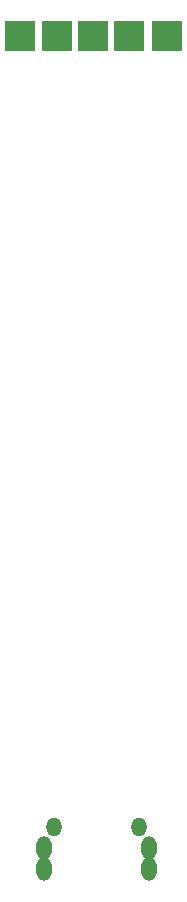
<source format=gbs>
G04 Layer: BottomSolderMaskLayer*
G04 EasyEDA Pro v2.2.38.8, 2025-05-13 16:51:06*
G04 Gerber Generator version 0.3*
G04 Scale: 100 percent, Rotated: No, Reflected: No*
G04 Dimensions in millimeters*
G04 Leading zeros omitted, absolute positions, 4 integers and 5 decimals*
%FSLAX45Y45*%
%MOMM*%
%AMRoundRect*1,1,$1,$2,$3*1,1,$1,$4,$5*1,1,$1,0-$2,0-$3*1,1,$1,0-$4,0-$5*20,1,$1,$2,$3,$4,$5,0*20,1,$1,$4,$5,0-$2,0-$3,0*20,1,$1,0-$2,0-$3,0-$4,0-$5,0*20,1,$1,0-$4,0-$5,$2,$3,0*4,1,4,$2,$3,$4,$5,0-$2,0-$3,0-$4,0-$5,$2,$3,0*%
%ADD10RoundRect,0.09815X-1.25192X1.25192X1.25192X1.25192*%
%ADD11O,1.30002X1.60002*%
%ADD12O,1.30002X2.00002*%
G75*


G04 Pad Start*
G54D10*
G01X4318828Y535357D03*
G01X3688582Y535357D03*
G01X3383477Y535357D03*
G01X3995635Y535357D03*
G01X3069998Y535357D03*
G54D11*
G01X3361106Y-6162294D03*
G01X4081094Y-6162294D03*
G54D12*
G01X4163593Y-6512306D03*
G01X3278607Y-6512306D03*
G01X3278607Y-6337300D03*
G01X4163593Y-6337300D03*
G04 Pad End*

M02*


</source>
